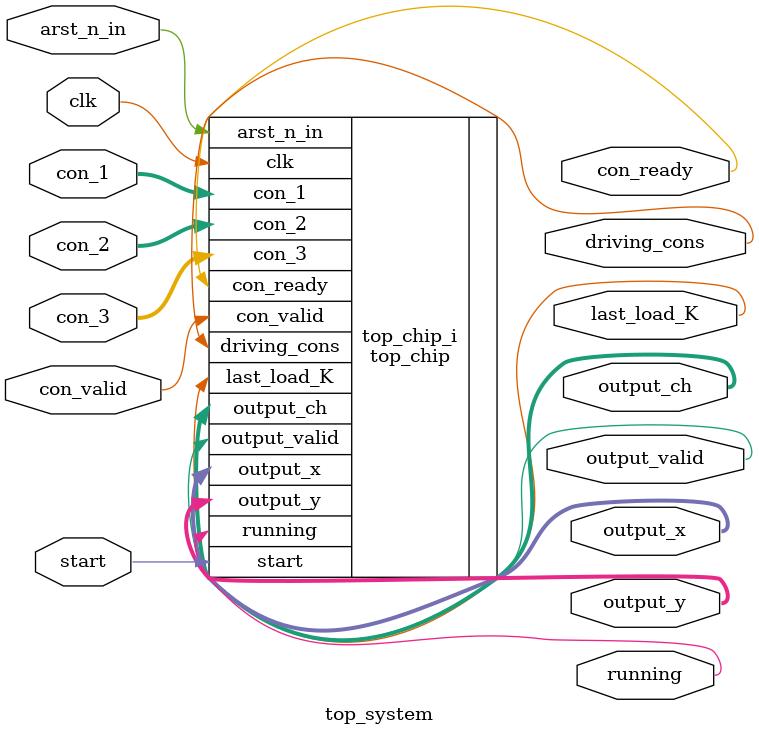
<source format=sv>
module top_system #(
    parameter int IO_DATA_WIDTH = 16,
    parameter int ACCUMULATION_WIDTH = 32,
    parameter int EXT_MEM_HEIGHT = 1<<20,
    parameter int EXT_MEM_WIDTH = ACCUMULATION_WIDTH,
    parameter int FEATURE_MAP_WIDTH = 1024,
    parameter int FEATURE_MAP_HEIGHT = 1024,
    parameter int INPUT_NB_CHANNELS = 64,
    parameter int OUTPUT_NB_CHANNELS = 64,
    parameter int KERNEL_SIZE = 3
  )(input logic clk,
    input logic arst_n_in,  //asynchronous reset, active low

    //system input/output connections
    inout wire [IO_DATA_WIDTH-1:0] con_1,
    inout wire [IO_DATA_WIDTH-1:0] con_2,
    inout wire [IO_DATA_WIDTH-1:0] con_3,

    input logic con_valid,
    output logic con_ready,

    //Control
    output logic output_valid,
    output logic [$clog2(FEATURE_MAP_WIDTH)-1:0] output_x,
    output logic [$clog2(FEATURE_MAP_HEIGHT)-1:0] output_y,
    output logic [$clog2(OUTPUT_NB_CHANNELS)-1:0] output_ch,
   
    input logic start,
    output logic running,

    output bit driving_cons,
    output logic last_load_K
  );

  top_chip #(
  .IO_DATA_WIDTH(IO_DATA_WIDTH),
  .ACCUMULATION_WIDTH(ACCUMULATION_WIDTH),
  .EXT_MEM_HEIGHT(EXT_MEM_HEIGHT),
  .EXT_MEM_WIDTH(EXT_MEM_WIDTH),
  .FEATURE_MAP_WIDTH(FEATURE_MAP_WIDTH),
  .FEATURE_MAP_HEIGHT(FEATURE_MAP_HEIGHT),
  .INPUT_NB_CHANNELS(INPUT_NB_CHANNELS),
  .OUTPUT_NB_CHANNELS(OUTPUT_NB_CHANNELS),
  .KERNEL_SIZE(KERNEL_SIZE)
  ) top_chip_i 
  (
    .clk(clk),
    .arst_n_in(arst_n_in),

    //system input/output connections
    .con_1(con_1),
    .con_2(con_2),
    .con_3(con_3),

    .con_valid (con_valid),
    .con_ready (con_ready),

    //Control
    .driving_cons (driving_cons),
    .last_load_K(last_load_K),

    .output_valid (output_valid),
    .output_x(output_x),
    .output_y(output_y),
    .output_ch(output_ch),

    .start(start),
    .running(running)
  );
endmodule

</source>
